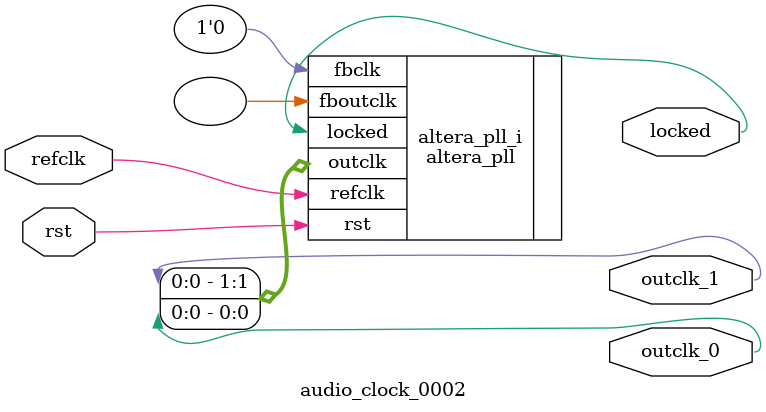
<source format=v>
`timescale 1ns/10ps
module  audio_clock_0002(

	// interface 'refclk'
	input wire refclk,

	// interface 'reset'
	input wire rst,

	// interface 'outclk0'
	output wire outclk_0,

	// interface 'outclk1'
	output wire outclk_1,

	// interface 'locked'
	output wire locked
);

	altera_pll #(
		.fractional_vco_multiplier("false"),
		.reference_clock_frequency("12.0 MHz"),
		.operation_mode("direct"),
		.number_of_clocks(2),
		.output_clock_frequency0("3.072000 MHz"),
		.phase_shift0("0 ps"),
		.duty_cycle0(50),
		.output_clock_frequency1("1.000000 MHz"),
		.phase_shift1("0 ps"),
		.duty_cycle1(50),
		.output_clock_frequency2("0 MHz"),
		.phase_shift2("0 ps"),
		.duty_cycle2(50),
		.output_clock_frequency3("0 MHz"),
		.phase_shift3("0 ps"),
		.duty_cycle3(50),
		.output_clock_frequency4("0 MHz"),
		.phase_shift4("0 ps"),
		.duty_cycle4(50),
		.output_clock_frequency5("0 MHz"),
		.phase_shift5("0 ps"),
		.duty_cycle5(50),
		.output_clock_frequency6("0 MHz"),
		.phase_shift6("0 ps"),
		.duty_cycle6(50),
		.output_clock_frequency7("0 MHz"),
		.phase_shift7("0 ps"),
		.duty_cycle7(50),
		.output_clock_frequency8("0 MHz"),
		.phase_shift8("0 ps"),
		.duty_cycle8(50),
		.output_clock_frequency9("0 MHz"),
		.phase_shift9("0 ps"),
		.duty_cycle9(50),
		.output_clock_frequency10("0 MHz"),
		.phase_shift10("0 ps"),
		.duty_cycle10(50),
		.output_clock_frequency11("0 MHz"),
		.phase_shift11("0 ps"),
		.duty_cycle11(50),
		.output_clock_frequency12("0 MHz"),
		.phase_shift12("0 ps"),
		.duty_cycle12(50),
		.output_clock_frequency13("0 MHz"),
		.phase_shift13("0 ps"),
		.duty_cycle13(50),
		.output_clock_frequency14("0 MHz"),
		.phase_shift14("0 ps"),
		.duty_cycle14(50),
		.output_clock_frequency15("0 MHz"),
		.phase_shift15("0 ps"),
		.duty_cycle15(50),
		.output_clock_frequency16("0 MHz"),
		.phase_shift16("0 ps"),
		.duty_cycle16(50),
		.output_clock_frequency17("0 MHz"),
		.phase_shift17("0 ps"),
		.duty_cycle17(50),
		.pll_type("General"),
		.pll_subtype("General")
	) altera_pll_i (
		.rst	(rst),
		.outclk	({outclk_1, outclk_0}),
		.locked	(locked),
		.fboutclk	( ),
		.fbclk	(1'b0),
		.refclk	(refclk)
	);
endmodule


</source>
